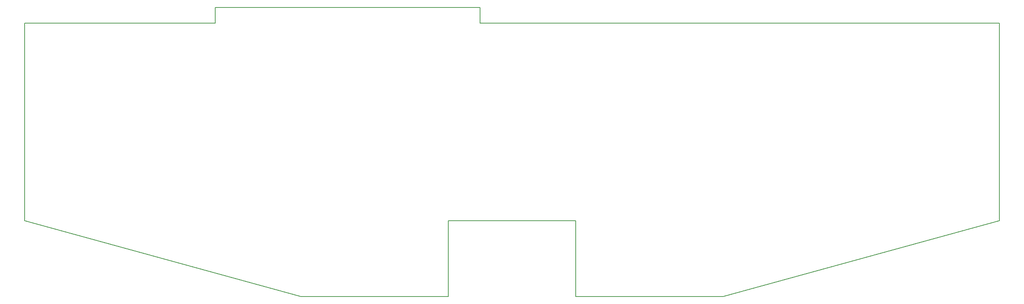
<source format=gm1>
G04 #@! TF.FileFunction,Profile,NP*
%FSLAX46Y46*%
G04 Gerber Fmt 4.6, Leading zero omitted, Abs format (unit mm)*
G04 Created by KiCad (PCBNEW 4.0.1-stable) date Saturday, January 28, 2017 'PMt' 02:32:07 PM*
%MOMM*%
G01*
G04 APERTURE LIST*
%ADD10C,0.100000*%
%ADD11C,0.150000*%
G04 APERTURE END LIST*
D10*
D11*
X45200000Y2000000D02*
X0Y2000000D01*
X108000000Y5700000D02*
X108000000Y2000000D01*
X45200000Y5700000D02*
X108000000Y5700000D01*
X45200000Y2000000D02*
X45200000Y5700000D01*
X231200000Y-45000000D02*
X231200000Y2000000D01*
X165700000Y-63000000D02*
X231200000Y-45000000D01*
X130700000Y-63000000D02*
X165700000Y-63000000D01*
X130700000Y-45000000D02*
X130700000Y-63000000D01*
X108000000Y-45000000D02*
X130700000Y-45000000D01*
X100500000Y-45000000D02*
X108000000Y-45000000D01*
X100500000Y-63000000D02*
X100500000Y-45000000D01*
X65500000Y-63000000D02*
X100500000Y-63000000D01*
X0Y-45000000D02*
X65500000Y-63000000D01*
X0Y2000000D02*
X0Y-45000000D01*
X108000000Y2000000D02*
X231200000Y2000000D01*
M02*

</source>
